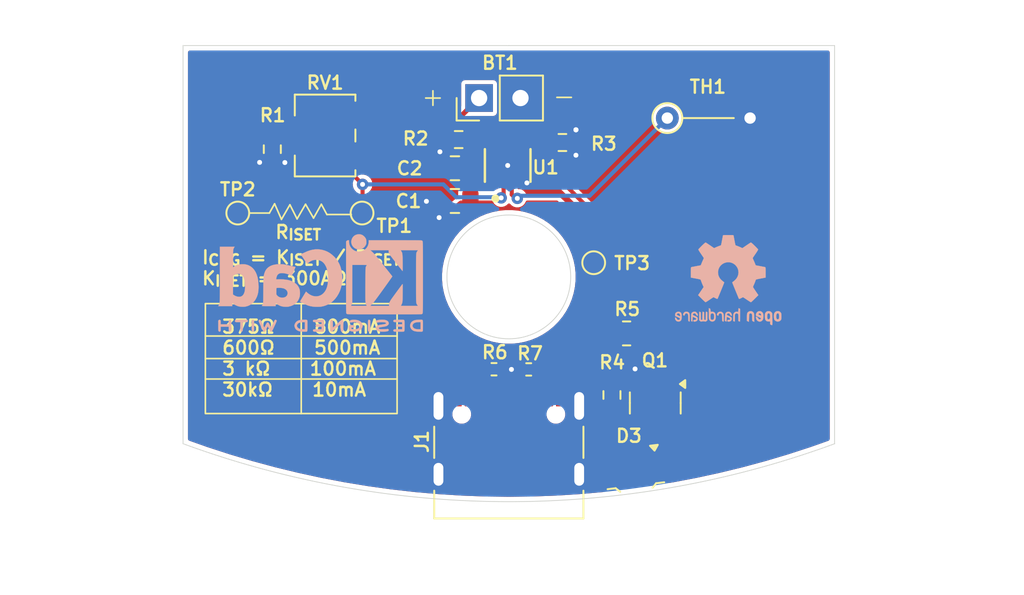
<source format=kicad_pcb>
(kicad_pcb (version 20241229) (generator "pcbnew") (generator_version "9.0")
  (title_block (rev "1") (comment 4 "AISLER Project ID: OOQHJCJK"))
  (layers (0 "F.Cu" signal) (2 "B.Cu" signal) (13 "F.Paste" user) (15 "B.Paste" user) (5 "F.SilkS" user "F.Silkscreen") (7 "B.SilkS" user "B.Silkscreen") (1 "F.Mask" user) (3 "B.Mask" user) (25 "Edge.Cuts" user))
  (net 0 "")
  (net 1 "GND")
  (net 2 "Net-(D3-K2)")
  (net 3 "Net-(D3-A)")
  (net 4 "Net-(R1-Pad1)")
  (net 6 "+BATT")
  (net 7 "+5V")
  (net 8 "/STAT")
  (net 9 "/USB_CC2")
  (net 10 "/USB_CC1")
  (net 11 "/VSET")
  (net 12 "/TMR")
  (net 13 "/ISET")
  (net 14 "/TS")
  (footprint "Resistor_SMD:R_0603_1608Metric" (layer "F.Cu") (at 88.82 56.03 -90)
    (property "Reference" "R1" (at -2.08 -0.02 0) (layer "F.SilkS") (effects (font (size 0.8 0.8))))
    (property "Value" "383")
    (pad "1" smd roundrect (at -0.825 0 270) (size 0.8 0.95) (layers "F.Cu" "F.Mask" "F.Paste") (net 4 "Net-(R1-Pad1)"))
    (pad "2" smd roundrect (at 0.825 0 270) (size 0.8 0.95) (layers "F.Cu" "F.Mask" "F.Paste") (net 1 "GND"))
  )
  (footprint "Resistor_SMD:R_0805_2012Metric" (layer "F.Cu") (at 110.57 67.34)
    (property "Reference" "R5" (at 0.04 -1.49 0) (layer "F.SilkS") (effects (font (size 0.8 0.8))))
    (property "Value" "100k")
    (pad "1" smd roundrect (at -0.9125 0) (size 1.025 1.4) (layers "F.Cu" "F.Mask" "F.Paste") (roundrect_rratio 0.243902) (net 7 "+5V"))
    (pad "2" smd roundrect (at 0.9125 0) (size 1.025 1.4) (layers "F.Cu" "F.Mask" "F.Paste") (roundrect_rratio 0.243902) (net 8 "/STAT"))
  )
  (footprint "Resistor_SMD:R_0603_1608Metric" (layer "F.Cu") (at 106.63 55.62)
    (property "Reference" "R3" (at 2.54 0.08 0) (layer "F.SilkS") (effects (font (size 0.8 0.8))))
    (property "Value" "24k")
    (pad "1" smd roundrect (at -0.825 0) (size 0.8 0.95) (layers "F.Cu" "F.Mask" "F.Paste") (net 12 "/TMR"))
    (pad "2" smd roundrect (at 0.825 0) (size 0.8 0.95) (layers "F.Cu" "F.Mask" "F.Paste") (net 1 "GND"))
  )
  (footprint "TestPoint:TestPoint_Pad_D1.0mm" (layer "F.Cu") (at 94.33 59.95)
    (property "Reference" "TP1" (at 1.98 0.79 0) (layer "F.SilkS") (effects (font (size 0.8 0.8))))
    (property "Value" "ISET")
    (pad "1" smd circle (at 0 0) (size 1 1) (layers "F.Cu" "F.Mask") (net 13 "/ISET"))
  )
  (footprint "Resistor_THT:R_Axial_DIN0204_L3.6mm_D1.6mm_P5.08mm_Vertical" (layer "F.Cu") (at 113.07 54.12)
    (property "Reference" "TH1" (at 2.49 -1.92 0) (layer "F.SilkS") (effects (font (size 0.8 0.8))))
    (property "Value" "10k")
    (pad "1" thru_hole circle (at 0 0) (size 1.4 1.4) (drill 0.7) (layers "*.Cu" "*.Mask") (net 14 "/TS"))
    (pad "2" thru_hole circle (at 5.08 0) (size 1.4 1.4) (drill 0.7) (layers "*.Cu" "*.Mask") (net 1 "GND"))
  )
  (footprint "Resistor_SMD:R_0603_1608Metric" (layer "F.Cu") (at 100.26 55.44 180)
    (property "Reference" "R2" (at 2.64 0.06 0) (layer "F.SilkS") (effects (font (size 0.8 0.8))))
    (property "Value" "24k")
    (pad "1" smd roundrect (at -0.825 0 180) (size 0.8 0.95) (layers "F.Cu" "F.Mask" "F.Paste") (net 11 "/VSET"))
    (pad "2" smd roundrect (at 0.825 0 180) (size 0.8 0.95) (layers "F.Cu" "F.Mask" "F.Paste") (net 1 "GND"))
  )
  (footprint "Package_TO_SOT_SMD:SOT-23" (layer "F.Cu") (at 112.33 71.61 -90)
    (property "Reference" "Q1" (at -2.61 0.0225 0) (layer "F.SilkS") (effects (font (size 0.8 0.8))))
    (property "Value" "IRLML2803")
    (pad "1" smd roundrect (at -0.9375 -0.95 270) (size 1.475 0.6) (layers "F.Cu" "F.Mask" "F.Paste") (net 8 "/STAT"))
    (pad "2" smd roundrect (at -0.9375 0.95 270) (size 1.475 0.6) (layers "F.Cu" "F.Mask" "F.Paste") (net 1 "GND"))
    (pad "3" smd roundrect (at 0.9375 0 270) (size 1.475 0.6) (layers "F.Cu" "F.Mask" "F.Paste") (net 2 "Net-(D3-K2)"))
  )
  (footprint "TestPoint:TestPoint_Pad_D1.0mm" (layer "F.Cu") (at 86.7 59.95)
    (property "Reference" "TP2" (at 0 -1.448 0) (layer "F.SilkS") (effects (font (size 0.8 0.8))))
    (property "Value" "ISET")
    (pad "1" smd circle (at 0 0) (size 1 1) (layers "F.Cu" "F.Mask") (net 1 "GND"))
  )
  (footprint "LED_SMD:LED_LiteOn_LTST-S326" (layer "F.Cu") (at 111.017835 75.698054 -83)
    (property "Reference" "D3" (at -2.090155 0.053508 0) (layer "F.SilkS") (effects (font (size 0.8 0.8))))
    (property "Value" "LTST-S326KGJRKT")
    (pad "1" smd rect (at 0 -1.375 97) (size 1.5 0.75) (layers "F.Cu" "F.Mask" "F.Paste") (net 8 "/STAT"))
    (pad "2" smd rect (at -0.65 0.000001 97) (size 0.9 0.9) (layers "F.Cu" "F.Mask" "F.Paste") (net 2 "Net-(D3-K2)"))
    (pad "3" smd rect (at 0 1.375 97) (size 1.5 0.75) (layers "F.Cu" "F.Mask" "F.Paste") (net 3 "Net-(D3-A)"))
  )
  (footprint "Potentiometer_SMD:Potentiometer_Bourns_3224W_Vertical" (layer "F.Cu") (at 92.06 55.19 -90)
    (property "Reference" "RV1" (at -3.24 0 0) (layer "F.SilkS") (effects (font (size 0.8 0.8))))
    (property "Value" "20k")
    (pad "1" smd roundrect (at 1.25 -1.45 270) (size 1.3 1.6) (layers "F.Cu" "F.Mask" "F.Paste") (roundrect_rratio 0.192308) (net 13 "/ISET"))
    (pad "2" smd roundrect (at 0 1.45 270) (size 2 1.6) (layers "F.Cu" "F.Mask" "F.Paste") (roundrect_rratio 0.15625) (net 4 "Net-(R1-Pad1)"))
    (pad "3" smd roundrect (at -1.25 -1.45 270) (size 1.3 1.6) (layers "F.Cu" "F.Mask" "F.Paste") (roundrect_rratio 0.192308))
  )
  (footprint "Connector_PinHeader_2.54mm:PinHeader_1x02_P2.54mm_Vertical" (layer "F.Cu") (at 101.515 52.89 90)
    (property "Reference" "BT1" (at 2.16 1.275 180) (layer "F.SilkS") (effects (font (size 0.8 0.8))))
    (property "Value" "Battery")
    (pad "1" thru_hole rect (at 0 0 90) (size 1.7 1.7) (drill 1) (layers "*.Cu" "*.Mask") (net 6 "+BATT"))
    (pad "2" thru_hole circle (at 0 2.54 90) (size 1.7 1.7) (drill 1) (layers "*.Cu" "*.Mask") (net 1 "GND"))
  )
  (footprint "Resistor_SMD:R_0402_1005Metric" (layer "F.Cu") (at 104.56 69.55 180)
    (property "Reference" "R7" (at -0.08 0.98 180) (layer "F.SilkS") (effects (font (size 0.8 0.8))))
    (property "Value" "5.1k")
    (pad "1" smd roundrect (at -0.51 0 180) (size 0.54 0.64) (layers "F.Cu" "F.Mask" "F.Paste") (net 9 "/USB_CC2"))
    (pad "2" smd roundrect (at 0.51 0 180) (size 0.54 0.64) (layers "F.Cu" "F.Mask" "F.Paste") (net 1 "GND"))
  )
  (footprint "footprints:DSG0008A-IPC_A" (layer "F.Cu") (at 103.27 57.03 90)
    (property "Reference" "U1" (at -0.12 2.33 0) (layer "F.SilkS") (effects (font (size 0.8 0.8))))
    (property "Value" "BQ25172DSGR")
    (pad "1" smd rect (at -1.053033 -0.749998 90) (size 0.806066 0.256842) (layers "F.Cu" "F.Mask" "F.Paste") (net 7 "+5V"))
    (pad "2" smd rect (at -1.053033 -0.25 90) (size 0.806066 0.256842) (layers "F.Cu" "F.Mask" "F.Paste") (net 13 "/ISET"))
    (pad "3" smd rect (at -1.053033 0.25 90) (size 0.806066 0.256842) (layers "F.Cu" "F.Mask" "F.Paste") (net 14 "/TS"))
    (pad "4" smd rect (at -1.053033 0.750001 90) (size 0.806066 0.256842) (layers "F.Cu" "F.Mask" "F.Paste") (net 1 "GND"))
    (pad "5" smd rect (at 1.053033 0.750001 90) (size 0.806066 0.256842) (layers "F.Cu" "F.Mask" "F.Paste") (net 8 "/STAT"))
    (pad "6" smd rect (at 1.053033 0.25 90) (size 0.806066 0.256842) (layers "F.Cu" "F.Mask" "F.Paste") (net 12 "/TMR"))
    (pad "7" smd rect (at 1.053033 -0.25 90) (size 0.806066 0.256842) (layers "F.Cu" "F.Mask" "F.Paste") (net 11 "/VSET"))
    (pad "8" smd rect (at 1.053033 -0.749998 90) (size 0.806066 0.256842) (layers "F.Cu" "F.Mask" "F.Paste") (net 6 "+BATT"))
    (pad "9" smd rect (at 0 0 90) (size 1 1.699999) (layers "F.Cu" "F.Mask") (net 1 "GND"))
  )
  (footprint "Connector_USB:USB_C_Receptacle_G-Switch_GT-USB-7010ASV" (layer "F.Cu") (at 103.339075 74.915)
    (property "Reference" "J1" (at -5.34 -0.935 90) (layer "F.SilkS") (effects (font (size 0.8 0.8))))
    (property "Value" "USB_C_Receptacle_PowerOnly_6P")
    (pad "" np_thru_hole circle (at -2.89 -2.605) (size 0.65 0.65) (drill 0.65) (layers "*.Cu" "*.Mask"))
    (pad "" np_thru_hole circle (at 2.89 -2.605) (size 0.65 0.65) (drill 0.65) (layers "*.Cu" "*.Mask"))
    (pad "A1" smd rect (at -3.2 -3.725) (size 0.6 1.24) (layers "F.Cu" "F.Mask" "F.Paste"))
    (pad "A4" smd rect (at -2.4 -3.725) (size 0.6 1.24) (layers "F.Cu" "F.Mask" "F.Paste"))
    (pad "A5" smd rect (at -1.25 -3.725) (size 0.3 1.24) (layers "F.Cu" "F.Mask" "F.Paste") (net 10 "/USB_CC1"))
    (pad "A6" smd rect (at -0.25 -3.725) (size 0.3 1.24) (layers "F.Cu" "F.Mask" "F.Paste"))
    (pad "A7" smd rect (at 0.25 -3.725) (size 0.3 1.24) (layers "F.Cu" "F.Mask" "F.Paste"))
    (pad "A8" smd rect (at 1.25 -3.725) (size 0.3 1.24) (layers "F.Cu" "F.Mask" "F.Paste"))
    (pad "A9" smd rect (at 2.4 -3.725) (size 0.6 1.24) (layers "F.Cu" "F.Mask" "F.Paste") (net 7 "+5V"))
    (pad "A12" smd rect (at 3.2 -3.725) (size 0.6 1.24) (layers "F.Cu" "F.Mask" "F.Paste") (net 1 "GND"))
    (pad "B1" smd rect (at 3.2 -3.725) (size 0.6 1.24) (layers "F.Cu" "F.Mask" "F.Paste"))
    (pad "B4" smd rect (at 2.4 -3.725) (size 0.6 1.24) (layers "F.Cu" "F.Mask" "F.Paste"))
    (pad "B5" smd rect (at 1.75 -3.725) (size 0.3 1.24) (layers "F.Cu" "F.Mask" "F.Paste") (net 9 "/USB_CC2"))
    (pad "B6" smd rect (at 0.75 -3.725) (size 0.3 1.24) (layers "F.Cu" "F.Mask" "F.Paste"))
    (pad "B7" smd rect (at -0.75 -3.725) (size 0.3 1.24) (layers "F.Cu" "F.Mask" "F.Paste"))
    (pad "B8" smd rect (at -1.75 -3.725) (size 0.3 1.24) (layers "F.Cu" "F.Mask" "F.Paste"))
    (pad "B9" smd rect (at -2.4 -3.725) (size 0.6 1.24) (layers "F.Cu" "F.Mask" "F.Paste") (net 7 "+5V"))
    (pad "B12" smd rect (at -3.2 -3.725) (size 0.6 1.24) (layers "F.Cu" "F.Mask" "F.Paste") (net 1 "GND"))
    (pad "S1" thru_hole oval (at -4.32 -3.125) (size 1 2.1) (drill oval 0.6 1.7) (property pad_prop_heatsink) (layers "*.Cu" "*.Mask") (net 1 "GND"))
    (pad "S1" thru_hole oval (at -4.32 1.075) (size 1 1.8) (drill oval 0.6 1.4) (property pad_prop_heatsink) (layers "*.Cu" "*.Mask") (net 1 "GND"))
    (pad "S1" thru_hole oval (at 4.32 -3.125) (size 1 2.1) (drill oval 0.6 1.7) (property pad_prop_heatsink) (layers "*.Cu" "*.Mask") (net 1 "GND"))
    (pad "S1" thru_hole oval (at 4.32 1.075) (size 1 1.8) (drill oval 0.6 1.4) (property pad_prop_heatsink) (layers "*.Cu" "*.Mask") (net 1 "GND"))
  )
  (footprint "Capacitor_SMD:C_0805_2012Metric" (layer "F.Cu") (at 100.03 59.21 180)
    (property "Reference" "C1" (at 2.85 -0.01 180) (layer "F.SilkS") (effects (font (size 0.8 0.8))))
    (property "Value" "1u")
    (pad "1" smd roundrect (at -0.95 0 180) (size 1 1.45) (layers "F.Cu" "F.Mask" "F.Paste") (net 7 "+5V"))
    (pad "2" smd roundrect (at 0.95 0 180) (size 1 1.45) (layers "F.Cu" "F.Mask" "F.Paste") (net 1 "GND"))
  )
  (footprint "Resistor_SMD:R_0402_1005Metric" (layer "F.Cu") (at 102.43 69.54)
    (property "Reference" "R6" (at 0.05 -1.04 180) (layer "F.SilkS") (effects (font (size 0.8 0.8))))
    (property "Value" "5.1k")
    (pad "1" smd roundrect (at -0.51 0) (size 0.54 0.64) (layers "F.Cu" "F.Mask" "F.Paste") (net 10 "/USB_CC1"))
    (pad "2" smd roundrect (at 0.51 0) (size 0.54 0.64) (layers "F.Cu" "F.Mask" "F.Paste") (net 1 "GND"))
  )
  (footprint "Resistor_SMD:R_0603_1608Metric" (layer "F.Cu") (at 109.67 71.12 -90)
    (property "Reference" "R4" (at -2 -0.01 180) (layer "F.SilkS") (effects (font (size 0.8 0.8))))
    (property "Value" "1k")
    (pad "1" smd roundrect (at -0.825 0 270) (size 0.8 0.95) (layers "F.Cu" "F.Mask" "F.Paste") (net 7 "+5V"))
    (pad "2" smd roundrect (at 0.825 0 270) (size 0.8 0.95) (layers "F.Cu" "F.Mask" "F.Paste") (net 3 "Net-(D3-A)"))
  )
  (footprint "TestPoint:TestPoint_Pad_D1.0mm" (layer "F.Cu") (at 108.55 63)
    (property "Reference" "TP3" (at 2.36 0.03 0) (layer "F.SilkS") (effects (font (size 0.8 0.8))))
    (property "Value" "VBUS")
    (pad "1" smd circle (at 0 0) (size 1 1) (layers "F.Cu" "F.Mask") (net 7 "+5V"))
  )
  (footprint "Capacitor_SMD:C_0805_2012Metric" (layer "F.Cu") (at 100.03 57.2 180)
    (property "Reference" "C2" (at 2.78 -0.01 180) (layer "F.SilkS") (effects (font (size 0.8 0.8))))
    (property "Value" "1u")
    (pad "1" smd roundrect (at -0.95 0 180) (size 1 1.45) (layers "F.Cu" "F.Mask" "F.Paste") (net 6 "+BATT"))
    (pad "2" smd roundrect (at 0.95 0 180) (size 1 1.45) (layers "F.Cu" "F.Mask" "F.Paste") (net 1 "GND"))
  )
  (footprint "Symbol:OSHW-Logo2_7.3x6mm_SilkScreen" (layer "B.Cu") (at 116.81 64.06 180)
    (property "Reference" "REF**" (hide yes))
    (property "Value" "OSHW-Logo2_7.3x6mm_SilkScreen" (hide yes))
  )
  (footprint "Symbol:KiCad-Logo2_5mm_SilkScreen" (layer "B.Cu") (at 91.79 64.23 180)
    (property "Reference" "REF**" (hide yes))
    (property "Value" "KiCad-Logo2_5mm_SilkScreen" (hide yes))
  )
  (gr_line (start 87.4 59.95) (end 88.64 59.95) (stroke (width 0.1)) (layer "F.SilkS"))
  (gr_line (start 84.71 70.14) (end 96.48 70.14) (stroke (width 0.1)) (layer "F.SilkS"))
  (gr_line (start 98.68 53.335) (end 98.68 52.445) (stroke (width 0.1)) (layer "F.SilkS"))
  (gr_line (start 91.83 59.41) (end 92.17 60.04) (stroke (width 0.1)) (layer "F.SilkS"))
  (gr_line (start 84.71 67.5) (end 96.48 67.5) (stroke (width 0.1)) (layer "F.SilkS"))
  (gr_line (start 92.17 60.04) (end 93.67 60.04) (stroke (width 0.1)) (layer "F.SilkS"))
  (gr_line (start 91.35 60.26) (end 91.83 59.41) (stroke (width 0.1)) (layer "F.SilkS"))
  (gr_line (start 84.71 68.885) (end 96.48 68.885) (stroke (width 0.1)) (layer "F.SilkS"))
  (gr_line (start 106.29 52.85) (end 107.18 52.85) (stroke (width 0.1)) (layer "F.SilkS"))
  (gr_line (start 89.38 60.34) (end 89.9 59.44) (stroke (width 0.1)) (layer "F.SilkS"))
  (gr_line (start 90.86 59.41) (end 91.35 60.26) (stroke (width 0.1)) (layer "F.SilkS"))
  (gr_line (start 90.34 60.31) (end 90.86 59.41) (stroke (width 0.1)) (layer "F.SilkS"))
  (gr_line (start 88.96 59.38) (end 89.38 60.34) (stroke (width 0.1)) (layer "F.SilkS"))
  (gr_line (start 98.235 52.89) (end 99.125 52.89) (stroke (width 0.1)) (layer "F.SilkS"))
  (gr_line (start 90.595 65.51) (end 90.595 72.26) (stroke (width 0.1)) (layer "F.SilkS"))
  (gr_line (start 89.9 59.44) (end 90.34 60.31) (stroke (width 0.1)) (layer "F.SilkS"))
  (gr_line (start 88.64 59.95) (end 88.96 59.38) (stroke (width 0.1)) (layer "F.SilkS"))
  (gr_line (start 83.34 49.67) (end 83.34 74.11) (stroke (width 0.05)) (layer "Edge.Cuts"))
  (gr_circle (center 103.339557 63.871115) (end 107.139557 63.871115) (stroke (width 0.05)) (fill no) (layer "Edge.Cuts"))
  (gr_arc (start 123.349894 74.11) (mid 103.344947 77.669735) (end 83.34 74.11) (stroke (width 0.05)) (layer "Edge.Cuts"))
  (gr_line (start 123.34 49.67) (end 123.34 74.11) (stroke (width 0.05)) (layer "Edge.Cuts"))
  (gr_line (start 103.34 49.67) (end 123.34 49.67) (stroke (width 0.05)) (layer "Edge.Cuts"))
  (gr_line (start 83.34 49.67) (end 103.34 49.67) (stroke (width 0.05)) (layer "Edge.Cuts"))
  (gr_text "R_{ISET}" (at 88.92 61.59 0) (layer "F.SilkS") (effects (font (size 0.8 0.8) (thickness 0.15) (bold yes)) (justify left bottom)))
  (gr_text "I_{CHG} = K_{ISET} / R_{ISET}\nK_{ISET} = 300AΩ" (at 84.42 64.43 0) (layer "F.SilkS") (effects (font (size 0.8 0.8) (thickness 0.15) (bold yes)) (justify left bottom)))
  (gr_text_box "375Ω    800mA\n600Ω    500mA\n3 kΩ    100mA\n30kΩ    10mA" (start 84.71 65.51) (end 96.48 72.26) (margins 1.0025 1.0025 1.0025 1.0025) (layer "F.SilkS") (effects (font (size 0.8 0.8) (thickness 0.15) (bold yes)) (justify left top)) (border yes) (stroke (width 0.1)))
  (segment (start 107.139075 71.79) (end 106.539075 71.19) (width 0.6) (layer "F.Cu") (net 1))
  (segment (start 107.46 55.625) (end 107.455 55.62) (width 0.3048) (layer "F.Cu") (net 1))
  (segment (start 99.11 56.19) (end 99.11 57.17) (width 0.3048) (layer "F.Cu") (net 1))
  (segment (start 99.96 70.71) (end 100.12 70.87) (width 0.6) (layer "F.Cu") (net 1))
  (segment (start 98.28 57.18) (end 99.06 57.18) (width 0.3048) (layer "F.Cu") (net 1))
  (segment (start 104.020001 57.320001) (end 103.85 57.15) (width 0.3048) (layer "F.Cu") (net 1))
  (segment (start 99.06 57.18) (end 99.08 57.2) (width 0.3048) (layer "F.Cu") (net 1))
  (segment (start 99.435 55.44) (end 99.435 55.865) (width 0.3048) (layer "F.Cu") (net 1))
  (segment (start 103.49 69.54) (end 103.5 69.55) (width 0.3048) (layer "F.Cu") (net 1))
  (segment (start 104.05 69.55) (end 103.5 69.55) (width 0.3048) (layer "F.Cu") (net 1))
  (segment (start 99.019075 71.650925) (end 99.96 70.71) (width 0.6) (layer "F.Cu") (net 1))
  (segment (start 98.28 59.23) (end 99.06 59.23) (width 0.3048) (layer "F.Cu") (net 1))
  (segment (start 88.805 56.84) (end 88.82 56.855) (width 0.3048) (layer "F.Cu") (net 1))
  (segment (start 106.539075 70.960925) (end 106.539075 71.19) (width 0.6) (layer "F.Cu") (net 1))
  (segment (start 107.659075 71.789075) (end 106.685 70.815) (width 0.6) (layer "F.Cu") (net 1))
  (segment (start 99.44 54.66) (end 99.44 55.435) (width 0.3048) (layer "F.Cu") (net 1))
  (segment (start 107.46 55.615) (end 107.455 55.62) (width 0.3048) (layer "F.Cu") (net 1))
  (segment (start 107.46 54.84) (end 107.46 55.615) (width 0.3048) (layer "F.Cu") (net 1))
  (segment (start 99.435 55.865) (end 99.11 56.19) (width 0.3048) (layer "F.Cu") (net 1))
  (segment (start 104.433033 58.083033) (end 104.45 58.1) (width 0.3048) (layer "F.Cu") (net 1))
  (segment (start 99.44 55.435) (end 99.435 55.44) (width 0.3048) (layer "F.Cu") (net 1))
  (segment (start 107.46 56.4) (end 107.46 55.625) (width 0.3048) (layer "F.Cu") (net 1))
  (segment (start 99.06 60.23) (end 99.06 59.23) (width 0.3048) (layer "F.Cu") (net 1))
  (segment (start 106.685 70.815) (end 106.539075 70.960925) (width 0.6) (layer "F.Cu") (net 1))
  (segment (start 99.019075 71.79) (end 99.539075 71.79) (width 0.6) (layer "F.Cu") (net 1))
  (segment (start 89.59 56.85) (end 88.825 56.85) (width 0.3048) (layer "F.Cu") (net 1))
  (segment (start 107.62 69.88) (end 106.685 70.815) (width 0.6) (layer "F.Cu") (net 1))
  (segment (start 99.539075 71.79) (end 100.139075 71.19) (width 0.6) (layer "F.Cu") (net 1))
  (segment (start 88.04 56.84) (end 88.805 56.84) (width 0.3048) (layer "F.Cu") (net 1))
  (segment (start 104.020001 58.083033) (end 104.433033 58.083033) (width 0.3048) (layer "F.Cu") (net 1))
  (segment (start 98.9 69.95) (end 99.2 69.95) (width 0.6) (layer "F.Cu") (net 1))
  (segment (start 99.019075 71.79) (end 99.019075 71.650925) (width 0.6) (layer "F.Cu") (net 1))
  (segment (start 99.81 70.56) (end 99.96 70.71) (width 0.6) (layer "F.Cu") (net 1))
  (segment (start 99.06 59.23) (end 99.08 59.21) (width 0.3048) (layer "F.Cu") (net 1))
  (segment (start 88.825 56.85) (end 88.82 56.855) (width 0.3048) (layer "F.Cu") (net 1))
  (segment (start 104.020001 58.083033) (end 104.020001 57.320001) (width 0.3048) (layer "F.Cu") (net 1))
  (segment (start 107.659075 71.79) (end 107.659075 71.789075) (width 0.6) (layer "F.Cu") (net 1))
  (segment (start 102.94 69.54) (end 103.49 69.54) (width 0.3048) (layer "F.Cu") (net 1))
  (segment (start 107.659075 71.79) (end 107.139075 71.79) (width 0.6) (layer "F.Cu") (net 1))
  (segment (start 99.2 69.95) (end 99.81 70.56) (width 0.6) (layer "F.Cu") (net 1))
  (segment (start 100.12 70.87) (end 100.12 71.19) (width 0.6) (layer "F.Cu") (net 1))
  (segment (start 99.11 57.17) (end 99.08 57.2) (width 0.3048) (layer "F.Cu") (net 1))
  (via (at 89.59 56.85) (size 0.6) (drill 0.3) (layers "F.Cu" "B.Cu") (net 1))
  (via (at 99.11 56.19) (size 0.7) (drill 0.3) (layers "F.Cu" "B.Cu") (net 1))
  (via (at 103.27 57.03) (size 0.7) (drill 0.3) (layers "F.Cu" "B.Cu") (net 1))
  (via (at 99.06 60.23) (size 0.7) (drill 0.3) (layers "F.Cu" "B.Cu") (net 1))
  (via (at 103.5 69.55) (size 0.7) (drill 0.3) (layers "F.Cu" "B.Cu") (net 1))
  (via (at 107.46 54.84) (size 0.7) (drill 0.3) (layers "F.Cu" "B.Cu") (net 1))
  (via (at 107.46 54.84) (size 0.7) (drill 0.3) (layers "F.Cu" "B.Cu") (net 1))
  (via (at 107.46 54.84) (size 0.7) (drill 0.3) (layers "F.Cu" "B.Cu") (net 1))
  (via (at 107.46 56.4) (size 0.7) (drill 0.3) (layers "F.Cu" "B.Cu") (net 1))
  (via (at 104.45 58.1) (size 0.7) (drill 0.3) (layers "F.Cu" "B.Cu") (net 1))
  (via (at 88.04 56.84) (size 0.7) (drill 0.3) (layers "F.Cu" "B.Cu") (net 1))
  (via (at 111.09 69.52) (size 0.7) (drill 0.3) (layers "F.Cu" "B.Cu") (net 1))
  (via (at 98.28 59.23) (size 0.7) (drill 0.3) (layers "F.Cu" "B.Cu") (net 1))
  (segment (start 112.33 73.661518) (end 110.938619 75.052899) (width 0.25) (layer "F.Cu") (net 2))
  (segment (start 112.33 72.5475) (end 112.33 73.661518) (width 0.25) (layer "F.Cu") (net 2))
  (segment (start 109.67 75.848708) (end 109.653084 75.865624) (width 0.25) (layer "F.Cu") (net 3))
  (segment (start 109.67 71.945) (end 109.67 75.848708) (width 0.25) (layer "F.Cu") (net 3))
  (segment (start 90.595 55.205) (end 90.61 55.19) (width 0.25) (layer "F.Cu") (net 4))
  (segment (start 88.82 55.205) (end 90.595 55.205) (width 0.25) (layer "F.Cu") (net 4))
  (segment (start 102.203033 55.976967) (end 100.98 57.2) (width 0.3048) (layer "F.Cu") (net 6))
  (segment (start 102.520002 55.976967) (end 102.203033 55.976967) (width 0.3048) (layer "F.Cu") (net 6))
  (segment (start 100.98 57.2) (end 100.3 56.52) (width 0.3048) (layer "F.Cu") (net 6))
  (segment (start 100.3 56.52) (end 100.3 54.105) (width 0.3048) (layer "F.Cu") (net 6))
  (segment (start 100.3 54.105) (end 101.515 52.89) (width 0.3048) (layer "F.Cu") (net 6))
  (segment (start 109.67 67.3525) (end 109.6575 67.34) (width 0.3048) (layer "F.Cu") (net 7))
  (segment (start 105.739075 70.300925) (end 105.739075 71.19) (width 0.6) (layer "F.Cu") (net 7))
  (segment (start 100.98 58.84) (end 100.98 59.21) (width 0.3048) (layer "F.Cu") (net 7))
  (segment (start 109.67 70.295) (end 109.67 67.3525) (width 0.3048) (layer "F.Cu") (net 7))
  (segment (start 100.92 71.170925) (end 100.939075 71.19) (width 0.6) (layer "F.Cu") (net 7))
  (segment (start 101.736967 58.083033) (end 100.98 58.84) (width 0.3048) (layer "F.Cu") (net 7))
  (segment (start 105.98 70.06) (end 105.739075 70.300925) (width 0.6) (layer "F.Cu") (net 7))
  (segment (start 102.520002 58.083033) (end 101.736967 58.083033) (width 0.3048) (layer "F.Cu") (net 7))
  (segment (start 100.92 69.9) (end 100.92 71.170925) (width 0.6) (layer "F.Cu") (net 7))
  (segment (start 113.28 70.6725) (end 113.28 73.43) (width 0.25) (layer "F.Cu") (net 8))
  (segment (start 111.4825 67.34) (end 111.4825 62.9025) (width 0.25) (layer "F.Cu") (net 8))
  (segment (start 111.4825 67.34) (end 113.28 69.1375) (width 0.25) (layer "F.Cu") (net 8))
  (segment (start 111.4825 62.9025) (end 104.556967 55.976967) (width 0.25) (layer "F.Cu") (net 8))
  (segment (start 113.28 69.1375) (end 113.28 70.6725) (width 0.25) (layer "F.Cu") (net 8))
  (segment (start 104.556967 55.976967) (end 104.020001 55.976967) (width 0.25) (layer "F.Cu") (net 8))
  (segment (start 112.382586 74.327414) (end 112.382586 75.530484) (width 0.25) (layer "F.Cu") (net 8))
  (segment (start 113.28 73.43) (end 112.382586 74.327414) (width 0.25) (layer "F.Cu") (net 8))
  (segment (start 105.089075 69.569075) (end 105.07 69.55) (width 0.25) (layer "F.Cu") (net 9))
  (segment (start 105.089075 71.19) (end 105.089075 69.569075) (width 0.25) (layer "F.Cu") (net 9))
  (segment (start 102.089075 71.19) (end 102.089075 69.709075) (width 0.25) (layer "F.Cu") (net 10))
  (segment (start 102.089075 69.709075) (end 101.92 69.54) (width 0.25) (layer "F.Cu") (net 10))
  (segment (start 103.02 55.976967) (end 103.02 55.3) (width 0.25) (layer "F.Cu") (net 11))
  (segment (start 102.78 55.06) (end 101.465 55.06) (width 0.25) (layer "F.Cu") (net 11))
  (segment (start 101.465 55.06) (end 101.085 55.44) (width 0.25) (layer "F.Cu") (net 11))
  (segment (start 103.02 55.3) (end 102.78 55.06) (width 0.25) (layer "F.Cu") (net 11))
  (segment (start 103.78 55.15) (end 105.335 55.15) (width 0.25) (layer "F.Cu") (net 12))
  (segment (start 103.52 55.976967) (end 103.52 55.41) (width 0.25) (layer "F.Cu") (net 12))
  (segment (start 105.335 55.15) (end 105.805 55.62) (width 0.25) (layer "F.Cu") (net 12))
  (segment (start 103.52 55.41) (end 103.78 55.15) (width 0.25) (layer "F.Cu") (net 12))
  (segment (start 93.51 56.44) (end 93.51 57.34) (width 0.25) (layer "F.Cu") (net 13))
  (segment (start 102.87 59.02) (end 102.89 59) (width 0.25) (layer "F.Cu") (net 13))
  (segment (start 94.36 59.92) (end 94.33 59.95) (width 0.25) (layer "F.Cu") (net 13))
  (segment (start 102.89 58.93) (end 103.02 58.8) (width 0.25) (layer "F.Cu") (net 13))
  (segment (start 102.89 59) (end 102.89 58.93) (width 0.25) (layer "F.Cu") (net 13))
  (segment (start 93.51 57.34) (end 94.36 58.19) (width 0.25) (layer "F.Cu") (net 13))
  (segment (start 103.02 58.8) (end 103.02 58.083033) (width 0.25) (layer "F.Cu") (net 13))
  (segment (start 94.36 58.19) (end 94.36 59.92) (width 0.25) (layer "F.Cu") (net 13))
  (via (at 102.87 59.02) (size 0.7) (drill 0.3) (layers "F.Cu" "B.Cu") (net 13))
  (via (at 94.36 58.19) (size 0.7) (drill 0.3) (layers "F.Cu" "B.Cu") (net 13))
  (segment (start 99.32 58.19) (end 94.36 58.19) (width 0.25) (layer "B.Cu") (net 13))
  (segment (start 100.11 58.98) (end 99.32 58.19) (width 0.25) (layer "B.Cu") (net 13))
  (segment (start 102.87 59.02) (end 102.83 58.98) (width 0.25) (layer "B.Cu") (net 13))
  (segment (start 102.83 58.98) (end 100.11 58.98) (width 0.25) (layer "B.Cu") (net 13))
  (segment (start 103.64 58.94) (end 103.52 58.82) (width 0.25) (layer "F.Cu") (net 14))
  (segment (start 103.75 58.94) (end 103.64 58.94) (width 0.25) (layer "F.Cu") (net 14))
  (segment (start 103.86 59.05) (end 103.75 58.94) (width 0.25) (layer "F.Cu") (net 14))
  (segment (start 103.52 58.82) (end 103.52 58.083033) (width 0.25) (layer "F.Cu") (net 14))
  (via (at 103.86 59.05) (size 0.7) (drill 0.3) (layers "F.Cu" "B.Cu") (net 14))
  (segment (start 108.3 58.89) (end 113.07 54.12) (width 0.25) (layer "B.Cu") (net 14))
  (segment (start 103.750331 58.94) (end 103.800331 58.89) (width 0.25) (layer "B.Cu") (net 14))
  (segment (start 103.86 59.05) (end 103.750331 58.940331) (width 0.25) (layer "B.Cu") (net 14))
  (segment (start 103.800331 58.89) (end 108.3 58.89) (width 0.25) (layer "B.Cu") (net 14))
  (segment (start 103.750331 58.940331) (end 103.750331 58.94) (width 0.25) (layer "B.Cu") (net 14))
  (zone (net 7) (net_name "+5V") (layer "F.Cu") (name "VBUS") (priority 2) (connect_pads yes (clearance 0.2)) (min_thickness 0.2) (fill yes (thermal_gap 0.3) (thermal_bridge_width 0.5))
    (polygon (pts (xy 100.56 71.94) (xy 100.56 70.462416) (xy 97.751004 67.803367) (xy 97.741227 61.341284) (xy 100.345311 59.18) (xy 102 59.18) (xy 106.32 59.18) (xy 109.65 62.306123) (xy 109.65 67.285549) (xy 106.14 70.408515) (xy 106.14 71.96)))
  )
  (zone (net 1) (net_name "GND") (layers "F.Cu" "B.Cu") (name "GND") (connect_pads yes (clearance 0.25)) (min_thickness 0.25) (fill yes (thermal_gap 0.5) (thermal_bridge_width 0.5))
    (polygon (pts (xy 72.101798 46.871115) (xy 134.989557 46.871115) (xy 134.989557 79.331115) (xy 72.350021 79.331115)))
  )
)
</source>
